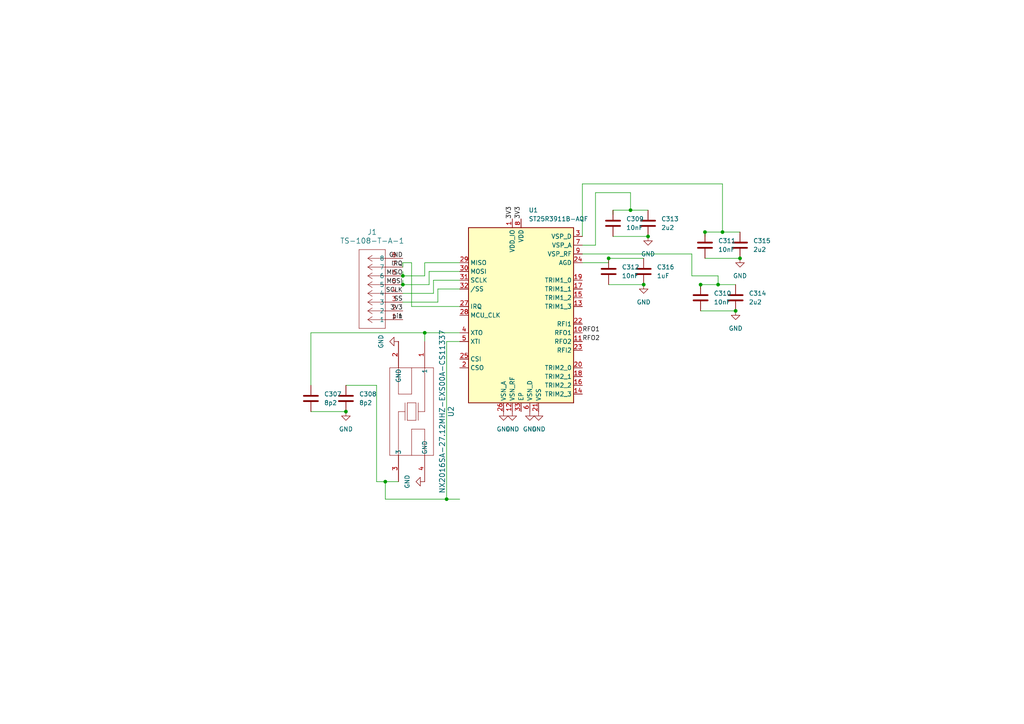
<source format=kicad_sch>
(kicad_sch (version 20231120) (generator "eeschema") (generator_version "8.0")
  (paper "A4")
  (lib_symbols
    (symbol "Crystal_27.12MHz:NX2016SA-27.12MHZ-EXS00A-CS11337" (pin_names (offset 0.254))
      (property "Reference" "U" (at 20.32 7.62 0))
      (property "Value" "NX2016SA-27.12MHZ-EXS00A-CS11337" (at 20.32 5.08 0))
      (symbol "NX2016SA-27.12MHZ-EXS00A-CS11337_0_1"
        (polyline (pts (xy 7.62 -10.16) (xy 33.02 -10.16)) (stroke (width 0.127)))
        (polyline (pts (xy 7.62 -7.62) (xy 15.24 -7.62)) (stroke (width 0.127)))
        (polyline (pts (xy 7.62 0) (xy 20.32 0)) (stroke (width 0.127)))
        (polyline (pts (xy 7.62 2.54) (xy 7.62 -10.16)) (stroke (width 0.127)))
        (polyline (pts (xy 15.24 -7.62) (xy 15.24 -3.81)) (stroke (width 0.127)))
        (polyline (pts (xy 15.24 -3.81) (xy 7.62 -3.81)) (stroke (width 0.127)))
        (polyline (pts (xy 17.78 -5.715) (xy 22.86 -5.715)) (stroke (width 0.127)))
        (polyline (pts (xy 17.78 -5.08) (xy 22.86 -5.08)) (stroke (width 0.127)))
        (polyline (pts (xy 17.78 -2.54) (xy 17.78 -5.08)) (stroke (width 0.127)))
        (polyline (pts (xy 17.78 -2.54) (xy 22.86 -2.54)) (stroke (width 0.127)))
        (polyline (pts (xy 17.78 -1.905) (xy 22.86 -1.905)) (stroke (width 0.127)))
        (polyline (pts (xy 20.32 -7.62) (xy 20.32 -5.715)) (stroke (width 0.127)))
        (polyline (pts (xy 20.32 0) (xy 20.32 -1.905)) (stroke (width 0.127)))
        (polyline (pts (xy 22.86 -2.54) (xy 22.86 -5.08)) (stroke (width 0.127)))
        (polyline (pts (xy 25.4 -3.81) (xy 33.02 -3.81)) (stroke (width 0.127)))
        (polyline (pts (xy 25.4 0) (xy 25.4 -3.81)) (stroke (width 0.127)))
        (polyline (pts (xy 33.02 -10.16) (xy 33.02 2.54)) (stroke (width 0.127)))
        (polyline (pts (xy 33.02 -7.62) (xy 20.32 -7.62)) (stroke (width 0.127)))
        (polyline (pts (xy 33.02 0) (xy 25.4 0)) (stroke (width 0.127)))
        (polyline (pts (xy 33.02 2.54) (xy 7.62 2.54)) (stroke (width 0.127)))
        (pin unspecified line (at 0 0 0) (length 7.62) (name "1") (number "1"))
        (pin unspecified line (at 0 -7.62 0) (length 7.62) (name "GND") (number "2"))
        (pin unspecified line (at 40.64 -7.62 180) (length 7.62) (name "3") (number "3"))
        (pin unspecified line (at 40.64 0 180) (length 7.62) (name "GND") (number "4"))
      )
    )
    (symbol "Device:C" (pin_numbers hide) (pin_names (offset 0.254))
      (property "Reference" "C" (at 0.635 2.54 0))
      (property "Value" "C" (at 0.635 -2.54 0))
      (symbol "C_0_1"
        (polyline (pts (xy -2.032 -0.762) (xy 2.032 -0.762)) (stroke (width 0.508)))
        (polyline (pts (xy -2.032 0.762) (xy 2.032 0.762)) (stroke (width 0.508)))
      )
      (symbol "C_1_1"
        (pin passive line (at 0 3.81 270) (length 2.794) (name "~") (number "1"))
        (pin passive line (at 0 -3.81 90) (length 2.794) (name "~") (number "2"))
      )
    )
    (symbol "Header Connector:TS-108-T-A-1" (pin_names (offset 0.254))
      (property "Reference" "J" (at 8.89 6.35 0))
      (property "Value" "TS-108-T-A-1" (at 0 0 0))
      (symbol "TS-108-T-A-1_1_1"
        (polyline (pts (xy 5.08 -20.32) (xy 12.7 -20.32)) (stroke (width 0.127)))
        (polyline (pts (xy 5.08 2.54) (xy 5.08 -20.32)) (stroke (width 0.127)))
        (polyline (pts (xy 10.16 -17.78) (xy 5.08 -17.78)) (stroke (width 0.127)))
        (polyline (pts (xy 10.16 -17.78) (xy 8.89 -18.6267)) (stroke (width 0.127)))
        (polyline (pts (xy 10.16 -17.78) (xy 8.89 -16.9333)) (stroke (width 0.127)))
        (polyline (pts (xy 10.16 -15.24) (xy 5.08 -15.24)) (stroke (width 0.127)))
        (polyline (pts (xy 10.16 -15.24) (xy 8.89 -16.0867)) (stroke (width 0.127)))
        (polyline (pts (xy 10.16 -15.24) (xy 8.89 -14.3933)) (stroke (width 0.127)))
        (polyline (pts (xy 10.16 -12.7) (xy 5.08 -12.7)) (stroke (width 0.127)))
        (polyline (pts (xy 10.16 -12.7) (xy 8.89 -13.5467)) (stroke (width 0.127)))
        (polyline (pts (xy 10.16 -12.7) (xy 8.89 -11.8533)) (stroke (width 0.127)))
        (polyline (pts (xy 10.16 -10.16) (xy 5.08 -10.16)) (stroke (width 0.127)))
        (polyline (pts (xy 10.16 -10.16) (xy 8.89 -11.0067)) (stroke (width 0.127)))
        (polyline (pts (xy 10.16 -10.16) (xy 8.89 -9.3133)) (stroke (width 0.127)))
        (polyline (pts (xy 10.16 -7.62) (xy 5.08 -7.62)) (stroke (width 0.127)))
        (polyline (pts (xy 10.16 -7.62) (xy 8.89 -8.4667)) (stroke (width 0.127)))
        (polyline (pts (xy 10.16 -7.62) (xy 8.89 -6.7733)) (stroke (width 0.127)))
        (polyline (pts (xy 10.16 -5.08) (xy 5.08 -5.08)) (stroke (width 0.127)))
        (polyline (pts (xy 10.16 -5.08) (xy 8.89 -5.9267)) (stroke (width 0.127)))
        (polyline (pts (xy 10.16 -5.08) (xy 8.89 -4.2333)) (stroke (width 0.127)))
        (polyline (pts (xy 10.16 -2.54) (xy 5.08 -2.54)) (stroke (width 0.127)))
        (polyline (pts (xy 10.16 -2.54) (xy 8.89 -3.3867)) (stroke (width 0.127)))
        (polyline (pts (xy 10.16 -2.54) (xy 8.89 -1.6933)) (stroke (width 0.127)))
        (polyline (pts (xy 10.16 0) (xy 5.08 0)) (stroke (width 0.127)))
        (polyline (pts (xy 10.16 0) (xy 8.89 -0.8467)) (stroke (width 0.127)))
        (polyline (pts (xy 10.16 0) (xy 8.89 0.8467)) (stroke (width 0.127)))
        (polyline (pts (xy 12.7 -20.32) (xy 12.7 2.54)) (stroke (width 0.127)))
        (polyline (pts (xy 12.7 2.54) (xy 5.08 2.54)) (stroke (width 0.127)))
        (pin unspecified line (at 0 0 0) (length 5.08) (name "1") (number "1"))
        (pin unspecified line (at 0 -2.54 0) (length 5.08) (name "2") (number "2"))
        (pin unspecified line (at 0 -5.08 0) (length 5.08) (name "3") (number "3"))
        (pin unspecified line (at 0 -7.62 0) (length 5.08) (name "4") (number "4"))
        (pin unspecified line (at 0 -10.16 0) (length 5.08) (name "5") (number "5"))
        (pin unspecified line (at 0 -12.7 0) (length 5.08) (name "6") (number "6"))
        (pin unspecified line (at 0 -15.24 0) (length 5.08) (name "7") (number "7"))
        (pin unspecified line (at 0 -17.78 0) (length 5.08) (name "8") (number "8"))
      )
      (symbol "TS-108-T-A-1_1_2"
        (polyline (pts (xy 5.08 -20.32) (xy 12.7 -20.32)) (stroke (width 0.127)))
        (polyline (pts (xy 5.08 2.54) (xy 5.08 -20.32)) (stroke (width 0.127)))
        (polyline (pts (xy 7.62 -17.78) (xy 5.08 -17.78)) (stroke (width 0.127)))
        (polyline (pts (xy 7.62 -17.78) (xy 8.89 -18.6267)) (stroke (width 0.127)))
        (polyline (pts (xy 7.62 -17.78) (xy 8.89 -16.9333)) (stroke (width 0.127)))
        (polyline (pts (xy 7.62 -15.24) (xy 5.08 -15.24)) (stroke (width 0.127)))
        (polyline (pts (xy 7.62 -15.24) (xy 8.89 -16.0867)) (stroke (width 0.127)))
        (polyline (pts (xy 7.62 -15.24) (xy 8.89 -14.3933)) (stroke (width 0.127)))
        (polyline (pts (xy 7.62 -12.7) (xy 5.08 -12.7)) (stroke (width 0.127)))
        (polyline (pts (xy 7.62 -12.7) (xy 8.89 -13.5467)) (stroke (width 0.127)))
        (polyline (pts (xy 7.62 -12.7) (xy 8.89 -11.8533)) (stroke (width 0.127)))
        (polyline (pts (xy 7.62 -10.16) (xy 5.08 -10.16)) (stroke (width 0.127)))
        (polyline (pts (xy 7.62 -10.16) (xy 8.89 -11.0067)) (stroke (width 0.127)))
        (polyline (pts (xy 7.62 -10.16) (xy 8.89 -9.3133)) (stroke (width 0.127)))
        (polyline (pts (xy 7.62 -7.62) (xy 5.08 -7.62)) (stroke (width 0.127)))
        (polyline (pts (xy 7.62 -7.62) (xy 8.89 -8.4667)) (stroke (width 0.127)))
        (polyline (pts (xy 7.62 -7.62) (xy 8.89 -6.7733)) (stroke (width 0.127)))
        (polyline (pts (xy 7.62 -5.08) (xy 5.08 -5.08)) (stroke (width 0.127)))
        (polyline (pts (xy 7.62 -5.08) (xy 8.89 -5.9267)) (stroke (width 0.127)))
        (polyline (pts (xy 7.62 -5.08) (xy 8.89 -4.2333)) (stroke (width 0.127)))
        (polyline (pts (xy 7.62 -2.54) (xy 5.08 -2.54)) (stroke (width 0.127)))
        (polyline (pts (xy 7.62 -2.54) (xy 8.89 -3.3867)) (stroke (width 0.127)))
        (polyline (pts (xy 7.62 -2.54) (xy 8.89 -1.6933)) (stroke (width 0.127)))
        (polyline (pts (xy 7.62 0) (xy 5.08 0)) (stroke (width 0.127)))
        (polyline (pts (xy 7.62 0) (xy 8.89 -0.8467)) (stroke (width 0.127)))
        (polyline (pts (xy 7.62 0) (xy 8.89 0.8467)) (stroke (width 0.127)))
        (polyline (pts (xy 12.7 -20.32) (xy 12.7 2.54)) (stroke (width 0.127)))
        (polyline (pts (xy 12.7 2.54) (xy 5.08 2.54)) (stroke (width 0.127)))
        (pin unspecified line (at 0 0 0) (length 5.08) (name "1") (number "1"))
        (pin unspecified line (at 0 -2.54 0) (length 5.08) (name "2") (number "2"))
        (pin unspecified line (at 0 -5.08 0) (length 5.08) (name "3") (number "3"))
        (pin unspecified line (at 0 -7.62 0) (length 5.08) (name "4") (number "4"))
        (pin unspecified line (at 0 -10.16 0) (length 5.08) (name "5") (number "5"))
        (pin unspecified line (at 0 -12.7 0) (length 5.08) (name "6") (number "6"))
        (pin unspecified line (at 0 -15.24 0) (length 5.08) (name "7") (number "7"))
        (pin unspecified line (at 0 -17.78 0) (length 5.08) (name "8") (number "8"))
      )
    )
    (symbol "RF_NFC:ST25R3911B-AQF"
      (property "Reference" "U" (at -13.97 26.67 0))
      (property "Value" "ST25R3911B-AQF" (at 10.16 26.67 0))
      (symbol "ST25R3911B-AQF_0_1"
        (rectangle (start -15.24 25.4) (end 15.24 -25.4) (stroke (width 0.254)) (fill (type background)))
      )
      (symbol "ST25R3911B-AQF_1_1"
        (pin power_in line (at -2.54 27.94 270) (length 2.54) (name "VDD_IO") (number "1"))
        (pin output line (at 17.78 -5.08 180) (length 2.54) (name "RFO1") (number "10"))
        (pin output line (at 17.78 -7.62 180) (length 2.54) (name "RFO2") (number "11"))
        (pin power_in line (at -2.54 -27.94 90) (length 2.54) (name "VSN_RF") (number "12"))
        (pin passive line (at 17.78 2.54 180) (length 2.54) (name "TRIM1_3") (number "13"))
        (pin passive line (at 17.78 -22.86 180) (length 2.54) (name "TRIM2_3") (number "14"))
        (pin passive line (at 17.78 5.08 180) (length 2.54) (name "TRIM1_2") (number "15"))
        (pin passive line (at 17.78 -20.32 180) (length 2.54) (name "TRIM2_2") (number "16"))
        (pin passive line (at 17.78 7.62 180) (length 2.54) (name "TRIM1_1") (number "17"))
        (pin passive line (at 17.78 -17.78 180) (length 2.54) (name "TRIM2_1") (number "18"))
        (pin passive line (at 17.78 10.16 180) (length 2.54) (name "TRIM1_0") (number "19"))
        (pin output line (at -17.78 -15.24 0) (length 2.54) (name "CSO") (number "2"))
        (pin passive line (at 17.78 -15.24 180) (length 2.54) (name "TRIM2_0") (number "20"))
        (pin power_in line (at 5.08 -27.94 90) (length 2.54) (name "VSS") (number "21"))
        (pin passive line (at 17.78 -2.54 180) (length 2.54) (name "RFI1") (number "22"))
        (pin passive line (at 17.78 -10.16 180) (length 2.54) (name "RFI2") (number "23"))
        (pin passive line (at 17.78 15.24 180) (length 2.54) (name "AGD") (number "24"))
        (pin passive line (at -17.78 -12.7 0) (length 2.54) (name "CSI") (number "25"))
        (pin power_in line (at -5.08 -27.94 90) (length 2.54) (name "VSN_A") (number "26"))
        (pin output line (at -17.78 2.54 0) (length 2.54) (name "IRQ") (number "27"))
        (pin output line (at -17.78 0 0) (length 2.54) (name "MCU_CLK") (number "28"))
        (pin output line (at -17.78 15.24 0) (length 2.54) (name "MISO") (number "29"))
        (pin power_out line (at 17.78 22.86 180) (length 2.54) (name "VSP_D") (number "3"))
        (pin input line (at -17.78 12.7 0) (length 2.54) (name "MOSI") (number "30"))
        (pin input line (at -17.78 10.16 0) (length 2.54) (name "SCLK") (number "31"))
        (pin input line (at -17.78 7.62 0) (length 2.54) (name "/SS") (number "32"))
        (pin power_in line (at 0 -27.94 90) (length 2.54) (name "EP") (number "33"))
        (pin output line (at -17.78 -5.08 0) (length 2.54) (name "XTO") (number "4"))
        (pin passive line (at -17.78 -7.62 0) (length 2.54) (name "XTI") (number "5"))
        (pin power_in line (at 2.54 -27.94 90) (length 2.54) (name "VSN_D") (number "6"))
        (pin power_out line (at 17.78 20.32 180) (length 2.54) (name "VSP_A") (number "7"))
        (pin power_in line (at 0 27.94 270) (length 2.54) (name "VDD") (number "8"))
        (pin power_out line (at 17.78 17.78 180) (length 2.54) (name "VSP_RF") (number "9"))
      )
    )
    (symbol "power:GND" (power) (pin_numbers hide) (pin_names (offset 0) hide)
      (property "Value" "GND" (at 0 -3.81 0))
      (symbol "GND_0_1"
        (polyline (pts (xy 0 0) (xy 0 -1.27) (xy 1.27 -1.27) (xy 0 -2.54) (xy -1.27 -1.27) (xy 0 -1.27)))
      )
      (symbol "GND_1_1"
        (pin power_in line (at 0 0 270) (length 0) (name "~") (number "1"))
      )
    )
  )
  (junction (at 209.55 67.31))
  (junction (at 182.88 60.96))
  (junction (at 186.69 82.55))
  (junction (at 100.33 119.38))
  (junction (at 176.53 74.93))
  (junction (at 116.84 82.55))
  (junction (at 116.84 80.01))
  (junction (at 203.2 82.55))
  (junction (at 187.96 68.58))
  (junction (at 123.19 96.52))
  (junction (at 213.36 90.17))
  (junction (at 214.63 74.93))
  (junction (at 208.28 82.55))
  (junction (at 204.47 67.31))
  (junction (at 129.54 144.78))
  (junction (at 111.76 139.7))
  (wire (pts (xy 133.35 96.52) (xy 123.19 96.52)))
  (wire (pts (xy 168.91 73.66) (xy 200.66 73.66)))
  (wire (pts (xy 111.76 144.78) (xy 129.54 144.78)))
  (wire (pts (xy 203.2 83.82) (xy 203.2 82.55)))
  (wire (pts (xy 133.35 99.06) (xy 129.54 99.06)))
  (wire (pts (xy 133.35 76.2) (xy 123.19 76.2)))
  (wire (pts (xy 133.35 83.82) (xy 127 83.82)))
  (wire (pts (xy 176.53 76.2) (xy 176.53 74.93)))
  (wire (pts (xy 176.53 74.93) (xy 186.69 74.93)))
  (wire (pts (xy 168.91 53.34) (xy 209.55 53.34)))
  (wire (pts (xy 208.28 82.55) (xy 213.36 82.55)))
  (wire (pts (xy 209.55 53.34) (xy 209.55 67.31)))
  (wire (pts (xy 208.28 80.01) (xy 208.28 82.55)))
  (wire (pts (xy 119.38 76.2) (xy 116.84 76.2)))
  (wire (pts (xy 123.19 96.52) (xy 123.19 99.06)))
  (wire (pts (xy 203.2 82.55) (xy 208.28 82.55)))
  (wire (pts (xy 200.66 73.66) (xy 200.66 80.01)))
  (wire (pts (xy 111.76 139.7) (xy 115.57 139.7)))
  (wire (pts (xy 124.46 78.74) (xy 124.46 82.55)))
  (wire (pts (xy 109.22 139.7) (xy 111.76 139.7)))
  (wire (pts (xy 111.76 144.78) (xy 111.76 139.7)))
  (wire (pts (xy 182.88 60.96) (xy 182.88 55.88)))
  (wire (pts (xy 200.66 80.01) (xy 208.28 80.01)))
  (wire (pts (xy 209.55 67.31) (xy 214.63 67.31)))
  (wire (pts (xy 203.2 90.17) (xy 213.36 90.17)))
  (wire (pts (xy 204.47 68.58) (xy 204.47 67.31)))
  (wire (pts (xy 109.22 111.76) (xy 109.22 139.7)))
  (wire (pts (xy 127 83.82) (xy 127 87.63)))
  (wire (pts (xy 177.8 62.23) (xy 177.8 60.96)))
  (wire (pts (xy 119.38 88.9) (xy 119.38 76.2)))
  (wire (pts (xy 116.84 81.28) (xy 116.84 82.55)))
  (wire (pts (xy 172.72 55.88) (xy 172.72 71.12)))
  (wire (pts (xy 129.54 99.06) (xy 129.54 144.78)))
  (wire (pts (xy 123.19 80.01) (xy 116.84 80.01)))
  (wire (pts (xy 182.88 55.88) (xy 172.72 55.88)))
  (wire (pts (xy 204.47 74.93) (xy 214.63 74.93)))
  (wire (pts (xy 168.91 68.58) (xy 168.91 53.34)))
  (wire (pts (xy 116.84 76.2) (xy 116.84 77.47)))
  (wire (pts (xy 172.72 71.12) (xy 168.91 71.12)))
  (wire (pts (xy 127 87.63) (xy 116.84 87.63)))
  (wire (pts (xy 90.17 111.76) (xy 90.17 96.52)))
  (wire (pts (xy 182.88 60.96) (xy 187.96 60.96)))
  (wire (pts (xy 133.35 88.9) (xy 119.38 88.9)))
  (wire (pts (xy 168.91 76.2) (xy 176.53 76.2)))
  (wire (pts (xy 123.19 76.2) (xy 123.19 80.01)))
  (wire (pts (xy 129.54 144.78) (xy 133.35 144.78)))
  (wire (pts (xy 177.8 60.96) (xy 182.88 60.96)))
  (wire (pts (xy 90.17 119.38) (xy 100.33 119.38)))
  (wire (pts (xy 124.46 82.55) (xy 116.84 82.55)))
  (wire (pts (xy 177.8 68.58) (xy 187.96 68.58)))
  (wire (pts (xy 204.47 67.31) (xy 209.55 67.31)))
  (wire (pts (xy 116.84 78.74) (xy 116.84 80.01)))
  (wire (pts (xy 100.33 111.76) (xy 109.22 111.76)))
  (wire (pts (xy 125.73 81.28) (xy 125.73 85.09)))
  (wire (pts (xy 176.53 82.55) (xy 186.69 82.55)))
  (wire (pts (xy 133.35 81.28) (xy 125.73 81.28)))
  (wire (pts (xy 116.84 85.09) (xy 125.73 85.09)))
  (wire (pts (xy 133.35 78.74) (xy 124.46 78.74)))
  (wire (pts (xy 90.17 96.52) (xy 123.19 96.52)))
  (label "MOSI" (at 116.84 82.55 180))
  (label "3V3" (at 148.59 63.5 90))
  (label "GND" (at 116.84 74.93 180))
  (label "SS" (at 116.84 87.63 180))
  (label "1" (at 116.84 92.71 180))
  (label "RFO2" (at 168.91 99.06 0))
  (label "3V3" (at 116.84 90.17 180))
  (label "pin" (at 116.84 92.71 180))
  (label "RFO1" (at 168.91 96.52 0))
  (label "3V3" (at 151.13 63.5 90))
  (label "IRQ" (at 116.84 77.47 180))
  (label "SCLK" (at 116.84 85.09 180))
  (label "MISO" (at 116.84 80.01 180))
  (symbol (lib_id "Device:C") (at 176.53 78.74 0) (unit 1)
    (property "Reference" "C312" (at 180.34 77.4699 0) (effects (justify left)))
    (property "Value" "10nF" (at 180.34 80.0099 0) (effects (justify left)))
    (property "Footprint" "Capacitor_SMD:C_0402_1005Metric_Pad0.74x0.62mm_HandSolder" (effects (hide yes)))
    (property "Description" "Unpolarized capacitor" (effects (hide yes)))
  )
  (symbol (lib_id "Device:C") (at 100.33 115.57 0) (unit 1)
    (property "Reference" "C308" (at 104.14 114.2999 0) (effects (justify left)))
    (property "Value" "8p2" (at 104.14 116.8399 0) (effects (justify left)))
    (property "Footprint" "Capacitor_SMD:C_0402_1005Metric_Pad0.74x0.62mm_HandSolder" (effects (hide yes)))
    (property "Description" "Unpolarized capacitor" (effects (hide yes)))
  )
  (symbol (lib_id "power:GND") (at 100.33 119.38 0) (unit 1)
    (property "Reference" "#PWR09" (effects (hide yes)))
    (property "Value" "GND" (at 100.33 124.46 0))
    (property "Description" "Power symbol creates a global label with name \"GND\" , ground" (effects (hide yes)))
  )
  (symbol (lib_id "power:GND") (at 146.05 119.38 0) (unit 1)
    (property "Reference" "#PWR03" (effects (hide yes)))
    (property "Value" "GND" (at 146.05 124.46 0))
    (property "Description" "Power symbol creates a global label with name \"GND\" , ground" (effects (hide yes)))
  )
  (symbol (lib_id "Device:C") (at 213.36 86.36 0) (unit 1)
    (property "Reference" "C314" (at 217.17 85.0899 0) (effects (justify left)))
    (property "Value" "2u2" (at 217.17 87.6299 0) (effects (justify left)))
    (property "Footprint" "Capacitor_SMD:C_0402_1005Metric_Pad0.74x0.62mm_HandSolder" (effects (hide yes)))
    (property "Description" "Unpolarized capacitor" (effects (hide yes)))
  )
  (symbol (lib_id "Crystal_27.12MHz:NX2016SA-27.12MHZ-EXS00A-CS11337") (at 123.19 99.06 270) (unit 1)
    (property "Reference" "U2" (at 130.81 119.38 0) (effects (font (size 1.524 1.524))))
    (property "Value" "NX2016SA-27.12MHZ-EXS00A-CS11337" (at 128.27 119.38 0) (effects (font (size 1.524 1.524))))
    (property "Footprint" "SMD04_NX2016S_NDK" (effects (hide yes)))
    (property "Datasheet" "NX2016SA-27.12MHZ-EXS00A-CS11337" (effects (hide yes)))
  )
  (symbol (lib_id "power:GND") (at 186.69 82.55 0) (unit 1)
    (property "Reference" "#PWR01" (effects (hide yes)))
    (property "Value" "GND" (at 186.69 87.63 0))
    (property "Description" "Power symbol creates a global label with name \"GND\" , ground" (effects (hide yes)))
  )
  (symbol (lib_id "power:GND") (at 123.19 139.7 270) (unit 1)
    (property "Reference" "#PWR010" (effects (hide yes)))
    (property "Value" "GND" (at 118.11 139.7 0))
    (property "Description" "Power symbol creates a global label with name \"GND\" , ground" (effects (hide yes)))
  )
  (symbol (lib_id "RF_NFC:ST25R3911B-AQF") (at 151.13 91.44 0) (unit 1)
    (property "Reference" "U1" (at 153.3241 60.96 0) (effects (justify left)))
    (property "Value" "ST25R3911B-AQF" (at 153.3241 63.5 0) (effects (justify left)))
    (property "Footprint" "Package_DFN_QFN:QFN-32-1EP_5x5mm_P0.5mm_EP3.6x3.6mm_ThermalVias" (effects (hide yes)))
    (property "Datasheet" "https://www.st.com/resource/en/datasheet/st25r3911b.pdf" (effects (hide yes)))
    (property "Description" "High performance HR reader/NFC initiator with 1.4W supporting VHBR and AAT, QFN32" (effects (hide yes)))
  )
  (symbol (lib_id "Device:C") (at 187.96 64.77 0) (unit 1)
    (property "Reference" "C313" (at 191.77 63.4999 0) (effects (justify left)))
    (property "Value" "2u2" (at 191.77 66.0399 0) (effects (justify left)))
    (property "Footprint" "Capacitor_SMD:C_0402_1005Metric_Pad0.74x0.62mm_HandSolder" (effects (hide yes)))
    (property "Description" "Unpolarized capacitor" (effects (hide yes)))
  )
  (symbol (lib_id "Device:C") (at 203.2 86.36 0) (unit 1)
    (property "Reference" "C310" (at 207.01 85.0899 0) (effects (justify left)))
    (property "Value" "10nF" (at 207.01 87.6299 0) (effects (justify left)))
    (property "Footprint" "Capacitor_SMD:C_0402_1005Metric_Pad0.74x0.62mm_HandSolder" (effects (hide yes)))
    (property "Description" "Unpolarized capacitor" (effects (hide yes)))
  )
  (symbol (lib_id "Device:C") (at 204.47 71.12 0) (unit 1)
    (property "Reference" "C311" (at 208.28 69.8499 0) (effects (justify left)))
    (property "Value" "10nF" (at 208.28 72.3899 0) (effects (justify left)))
    (property "Footprint" "Capacitor_SMD:C_0402_1005Metric_Pad0.74x0.62mm_HandSolder" (effects (hide yes)))
    (property "Description" "Unpolarized capacitor" (effects (hide yes)))
  )
  (symbol (lib_id "power:GND") (at 115.57 99.06 270) (unit 1)
    (property "Reference" "#PWR011" (effects (hide yes)))
    (property "Value" "GND" (at 110.49 99.06 0))
    (property "Description" "Power symbol creates a global label with name \"GND\" , ground" (effects (hide yes)))
  )
  (symbol (lib_id "power:GND") (at 156.21 119.38 0) (unit 1)
    (property "Reference" "#PWR02" (effects (hide yes)))
    (property "Value" "GND" (at 156.21 124.46 0))
    (property "Description" "Power symbol creates a global label with name \"GND\" , ground" (effects (hide yes)))
  )
  (symbol (lib_id "power:GND") (at 148.59 119.38 0) (unit 1)
    (property "Reference" "#PWR05" (effects (hide yes)))
    (property "Value" "GND" (at 148.59 124.46 0))
    (property "Description" "Power symbol creates a global label with name \"GND\" , ground" (effects (hide yes)))
  )
  (symbol (lib_id "Device:C") (at 186.69 78.74 0) (unit 1)
    (property "Reference" "C316" (at 190.5 77.4699 0) (effects (justify left)))
    (property "Value" "1uF" (at 190.5 80.0099 0) (effects (justify left)))
    (property "Footprint" "Capacitor_SMD:C_0402_1005Metric_Pad0.74x0.62mm_HandSolder" (effects (hide yes)))
    (property "Description" "Unpolarized capacitor" (effects (hide yes)))
  )
  (symbol (lib_id "power:GND") (at 213.36 90.17 0) (unit 1)
    (property "Reference" "#PWR08" (effects (hide yes)))
    (property "Value" "GND" (at 213.36 95.25 0))
    (property "Description" "Power symbol creates a global label with name \"GND\" , ground" (effects (hide yes)))
  )
  (symbol (lib_id "Device:C") (at 177.8 64.77 0) (unit 1)
    (property "Reference" "C309" (at 181.61 63.4999 0) (effects (justify left)))
    (property "Value" "10nF" (at 181.61 66.0399 0) (effects (justify left)))
    (property "Footprint" "Capacitor_SMD:C_0402_1005Metric_Pad0.74x0.62mm_HandSolder" (effects (hide yes)))
    (property "Description" "Unpolarized capacitor" (effects (hide yes)))
  )
  (symbol (lib_id "power:GND") (at 153.67 119.38 0) (unit 1)
    (property "Reference" "#PWR04" (effects (hide yes)))
    (property "Value" "GND" (at 153.67 124.46 0))
    (property "Description" "Power symbol creates a global label with name \"GND\" , ground" (effects (hide yes)))
  )
  (symbol (lib_id "power:GND") (at 214.63 74.93 0) (unit 1)
    (property "Reference" "#PWR07" (effects (hide yes)))
    (property "Value" "GND" (at 214.63 80.01 0))
    (property "Description" "Power symbol creates a global label with name \"GND\" , ground" (effects (hide yes)))
  )
  (symbol (lib_id "Device:C") (at 214.63 71.12 0) (unit 1)
    (property "Reference" "C315" (at 218.44 69.8499 0) (effects (justify left)))
    (property "Value" "2u2" (at 218.44 72.3899 0) (effects (justify left)))
    (property "Footprint" "Capacitor_SMD:C_0402_1005Metric_Pad0.74x0.62mm_HandSolder" (effects (hide yes)))
    (property "Description" "Unpolarized capacitor" (effects (hide yes)))
  )
  (symbol (lib_id "power:GND") (at 187.96 68.58 0) (unit 1)
    (property "Reference" "#PWR06" (effects (hide yes)))
    (property "Value" "GND" (at 187.96 73.66 0))
    (property "Description" "Power symbol creates a global label with name \"GND\" , ground" (effects (hide yes)))
  )
  (symbol (lib_id "Header Connector:TS-108-T-A-1") (at 116.84 92.71 180) (unit 1)
    (property "Reference" "J1" (at 107.95 67.31 0) (effects (font (size 1.524 1.524))))
    (property "Value" "TS-108-T-A-1" (at 107.95 69.85 0) (effects (font (size 1.524 1.524))))
    (property "Footprint" "CON8_1X8_TUC_HTS_SAI" (effects (hide yes)))
    (property "Datasheet" "TS-108-T-A-1" (effects (hide yes)))
  )
  (symbol (lib_id "Device:C") (at 90.17 115.57 0) (unit 1)
    (property "Reference" "C307" (at 93.98 114.2999 0) (effects (justify left)))
    (property "Value" "8p2" (at 93.98 116.8399 0) (effects (justify left)))
    (property "Footprint" "Capacitor_SMD:C_0402_1005Metric_Pad0.74x0.62mm_HandSolder" (effects (hide yes)))
    (property "Description" "Unpolarized capacitor" (effects (hide yes)))
  )
)
</source>
